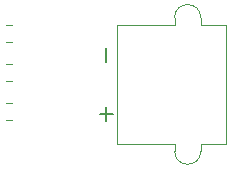
<source format=gbr>
%TF.GenerationSoftware,KiCad,Pcbnew,8.0.4*%
%TF.CreationDate,2025-02-26T16:08:11-05:00*%
%TF.ProjectId,plusle,706c7573-6c65-42e6-9b69-6361645f7063,rev?*%
%TF.SameCoordinates,Original*%
%TF.FileFunction,Legend,Bot*%
%TF.FilePolarity,Positive*%
%FSLAX46Y46*%
G04 Gerber Fmt 4.6, Leading zero omitted, Abs format (unit mm)*
G04 Created by KiCad (PCBNEW 8.0.4) date 2025-02-26 16:08:11*
%MOMM*%
%LPD*%
G01*
G04 APERTURE LIST*
%ADD10C,0.150000*%
%ADD11C,0.120000*%
G04 APERTURE END LIST*
D10*
X61114700Y-34428571D02*
X61114700Y-35571429D01*
X61114700Y-39428571D02*
X61114700Y-40571429D01*
X61686128Y-40000000D02*
X60543271Y-40000000D01*
D11*
%TO.C,J5*%
X69110000Y-42560000D02*
X69110000Y-43150000D01*
X66890000Y-42560000D02*
X66890000Y-43150000D01*
X69110000Y-42560000D02*
X71210000Y-42560000D01*
X71210000Y-32440000D02*
X71210000Y-42560000D01*
X61990000Y-42560000D02*
X66890000Y-42560000D01*
X61990000Y-32440000D02*
X61990000Y-42560000D01*
X69110000Y-32440000D02*
X71210000Y-32440000D01*
X69110000Y-31850000D02*
X69110000Y-32440000D01*
X61990000Y-32440000D02*
X66890000Y-32440000D01*
X66890000Y-31850000D02*
X66890000Y-32440000D01*
X69110000Y-43150000D02*
G75*
G02*
X66890000Y-43150000I-1110000J0D01*
G01*
X66890000Y-31850000D02*
G75*
G02*
X69110000Y-31850000I1110000J0D01*
G01*
%TO.C,C6*%
X52638748Y-32465000D02*
X53161252Y-32465000D01*
X52638748Y-33935000D02*
X53161252Y-33935000D01*
%TO.C,C5*%
X52638748Y-35765000D02*
X53161252Y-35765000D01*
X52638748Y-37235000D02*
X53161252Y-37235000D01*
%TO.C,C4*%
X52638748Y-39065000D02*
X53161252Y-39065000D01*
X52638748Y-40535000D02*
X53161252Y-40535000D01*
%TD*%
M02*

</source>
